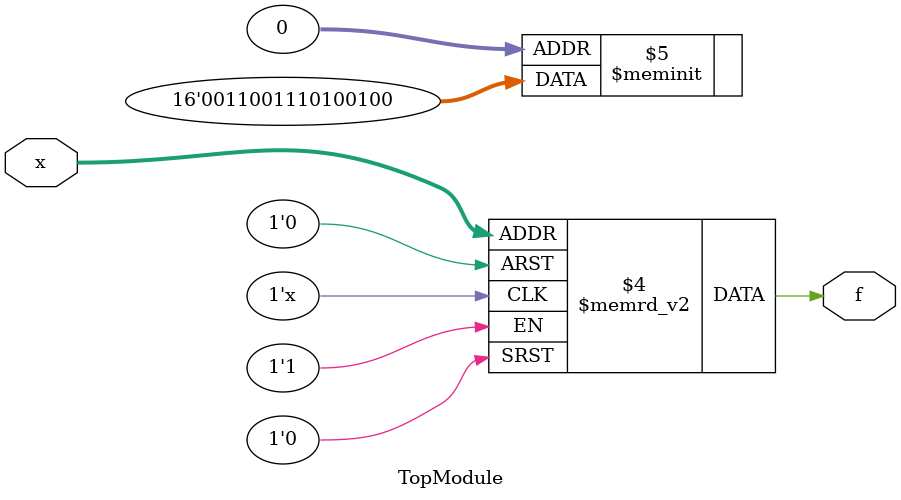
<source format=sv>
module TopModule (
    input logic [3:0] x,
    output logic f
);

always @(*) begin
    case ({x[3], x[2], x[1], x[0]}) // Corrected the indexing of x[4] to x[2]
        4'b0000: f = 1'b0; // x[3]x[2] = 00, x[1]x[0] = 00
        4'b0001: f = 1'b0; // x[3]x[2] = 00, x[1]x[0] = 01
        4'b0010: f = 1'b1; // x[3]x[2] = 00, x[1]x[0] = 10 (don't care)
        4'b0011: f = 1'b0; // x[3]x[2] = 00, x[1]x[0] = 11 (don't care)
        
        4'b0100: f = 1'b0; // x[3]x[2] = 01, x[1]x[0] = 00
        4'b0101: f = 1'b1; // x[3]x[2] = 01, x[1]x[0] = 01 (don't care)
        4'b0110: f = 1'b0; // x[3]x[2] = 01, x[1]x[0] = 10
        4'b0111: f = 1'b1; // x[3]x[2] = 01, x[1]x[0] = 11
        
        4'b1000: f = 1'b1; // x[3]x[2] = 10, x[1]x[0] = 00
        4'b1001: f = 1'b1; // x[3]x[2] = 10, x[1]x[0] = 01
        4'b1010: f = 1'b0; // x[3]x[2] = 10, x[1]x[0] = 10
        4'b1011: f = 1'b0; // x[3]x[2] = 10, x[1]x[0] = 11 (don't care)
        
        4'b1100: f = 1'b1; // x[3]x[2] = 11, x[1]x[0] = 00
        4'b1101: f = 1'b1; // x[3]x[2] = 11, x[1]x[0] = 01
        4'b1110: f = 1'b0; // x[3]x[2] = 11, x[1]x[0] = 10 (don't care)
        4'b1111: f = 1'b0; // x[3]x[2] = 11, x[1]x[0] = 11 (don't care)
        
        default: f = 1'b0; // Default case
    endcase
end

endmodule
</source>
